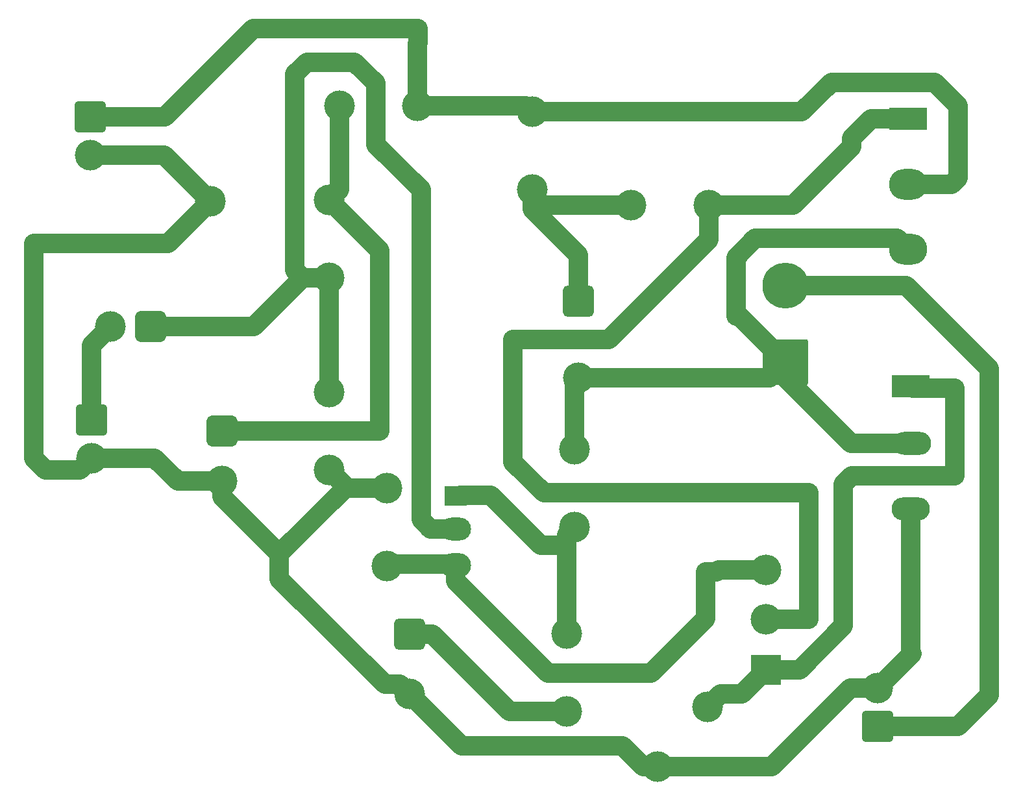
<source format=gbr>
%TF.GenerationSoftware,KiCad,Pcbnew,9.0.5*%
%TF.CreationDate,2025-11-26T07:47:54-03:00*%
%TF.ProjectId,BDNM-01,42444e4d-2d30-4312-9e6b-696361645f70,rev?*%
%TF.SameCoordinates,Original*%
%TF.FileFunction,Copper,L2,Bot*%
%TF.FilePolarity,Positive*%
%FSLAX46Y46*%
G04 Gerber Fmt 4.6, Leading zero omitted, Abs format (unit mm)*
G04 Created by KiCad (PCBNEW 9.0.5) date 2025-11-26 07:47:54*
%MOMM*%
%LPD*%
G01*
G04 APERTURE LIST*
G04 Aperture macros list*
%AMRoundRect*
0 Rectangle with rounded corners*
0 $1 Rounding radius*
0 $2 $3 $4 $5 $6 $7 $8 $9 X,Y pos of 4 corners*
0 Add a 4 corners polygon primitive as box body*
4,1,4,$2,$3,$4,$5,$6,$7,$8,$9,$2,$3,0*
0 Add four circle primitives for the rounded corners*
1,1,$1+$1,$2,$3*
1,1,$1+$1,$4,$5*
1,1,$1+$1,$6,$7*
1,1,$1+$1,$8,$9*
0 Add four rect primitives between the rounded corners*
20,1,$1+$1,$2,$3,$4,$5,0*
20,1,$1+$1,$4,$5,$6,$7,0*
20,1,$1+$1,$6,$7,$8,$9,0*
20,1,$1+$1,$8,$9,$2,$3,0*%
G04 Aperture macros list end*
%TA.AperFunction,ComponentPad*%
%ADD10R,3.000000X2.500000*%
%TD*%
%TA.AperFunction,ComponentPad*%
%ADD11O,4.000000X3.000000*%
%TD*%
%TA.AperFunction,ComponentPad*%
%ADD12O,4.000000X3.200000*%
%TD*%
%TA.AperFunction,ComponentPad*%
%ADD13R,5.000000X3.000000*%
%TD*%
%TA.AperFunction,ComponentPad*%
%ADD14O,5.000000X3.000000*%
%TD*%
%TA.AperFunction,ComponentPad*%
%ADD15RoundRect,0.333332X1.666668X-1.666668X1.666668X1.666668X-1.666668X1.666668X-1.666668X-1.666668X0*%
%TD*%
%TA.AperFunction,ComponentPad*%
%ADD16C,4.000000*%
%TD*%
%TA.AperFunction,ComponentPad*%
%ADD17O,5.000000X4.000000*%
%TD*%
%TA.AperFunction,ComponentPad*%
%ADD18RoundRect,0.375000X2.625000X-2.625000X2.625000X2.625000X-2.625000X2.625000X-2.625000X-2.625000X0*%
%TD*%
%TA.AperFunction,ComponentPad*%
%ADD19C,6.000000*%
%TD*%
%TA.AperFunction,ComponentPad*%
%ADD20RoundRect,0.500000X-1.500000X1.500000X-1.500000X-1.500000X1.500000X-1.500000X1.500000X1.500000X0*%
%TD*%
%TA.AperFunction,ComponentPad*%
%ADD21RoundRect,0.333332X-1.666668X1.666668X-1.666668X-1.666668X1.666668X-1.666668X1.666668X1.666668X0*%
%TD*%
%TA.AperFunction,ComponentPad*%
%ADD22RoundRect,0.625000X-1.375000X1.375000X-1.375000X-1.375000X1.375000X-1.375000X1.375000X1.375000X0*%
%TD*%
%TA.AperFunction,ComponentPad*%
%ADD23RoundRect,0.625000X1.375000X1.375000X-1.375000X1.375000X-1.375000X-1.375000X1.375000X-1.375000X0*%
%TD*%
%TA.AperFunction,ComponentPad*%
%ADD24R,4.000000X4.000000*%
%TD*%
%TA.AperFunction,ComponentPad*%
%ADD25O,4.000000X4.000000*%
%TD*%
%TA.AperFunction,Conductor*%
%ADD26C,2.500000*%
%TD*%
G04 APERTURE END LIST*
D10*
%TO.P,Q4,1,C*%
%TO.N,Net-(Q4-C)*%
X61420000Y-64120000D03*
D11*
%TO.P,Q4,2,B*%
%TO.N,Net-(Q4-B)*%
X61420000Y-68390000D03*
D12*
%TO.P,Q4,3,E*%
%TO.N,Net-(Q3-B)*%
X61420000Y-73120000D03*
%TD*%
D13*
%TO.P,Q2,1,B*%
%TO.N,Net-(Q2-B)*%
X120820000Y-49760000D03*
D14*
%TO.P,Q2,2,C*%
%TO.N,Net-(Q1-E)*%
X120920000Y-57210000D03*
%TO.P,Q2,3,E*%
%TO.N,GND*%
X120820000Y-65745000D03*
%TD*%
D15*
%TO.P,J3,1,Pin_1*%
%TO.N,Net-(J3-Pin_1)*%
X116420000Y-94160000D03*
D16*
%TO.P,J3,2,Pin_2*%
%TO.N,GND*%
X116420000Y-89160000D03*
%TD*%
D13*
%TO.P,Q1,1,B*%
%TO.N,Net-(Q1-B)*%
X120425000Y-14912500D03*
D17*
%TO.P,Q1,2,C*%
%TO.N,Net-(J2-Pin_1)*%
X120425000Y-23412500D03*
%TO.P,Q1,3,E*%
%TO.N,Net-(Q1-E)*%
X120425000Y-31912500D03*
%TD*%
D18*
%TO.P,C5,1*%
%TO.N,Net-(Q1-E)*%
X104420000Y-46660000D03*
D19*
%TO.P,C5,2*%
%TO.N,Net-(J3-Pin_1)*%
X104420000Y-36660000D03*
%TD*%
D16*
%TO.P,R5,1*%
%TO.N,Net-(Q2-B)*%
X94265361Y-91608494D03*
%TO.P,R5,2*%
%TO.N,GND*%
X87734639Y-99391506D03*
%TD*%
%TO.P,R2,1*%
%TO.N,Net-(C1-Pad1)*%
X84260000Y-26160000D03*
%TO.P,R2,2*%
%TO.N,Net-(Q1-B)*%
X94420000Y-26160000D03*
%TD*%
D20*
%TO.P,C1,1*%
%TO.N,Net-(C1-Pad1)*%
X77420000Y-38672323D03*
D16*
%TO.P,C1,2*%
%TO.N,Net-(Q1-E)*%
X77420000Y-48672323D03*
%TD*%
%TO.P,R4,1*%
%TO.N,Net-(Q4-C)*%
X75920000Y-82000000D03*
%TO.P,R4,2*%
%TO.N,Net-(C2-Pad1)*%
X75920000Y-92160000D03*
%TD*%
%TO.P,R3,1*%
%TO.N,Net-(Q1-E)*%
X76920000Y-58000000D03*
%TO.P,R3,2*%
%TO.N,Net-(Q4-C)*%
X76920000Y-68160000D03*
%TD*%
%TO.P,R1,1*%
%TO.N,Net-(J2-Pin_1)*%
X71420000Y-14000000D03*
%TO.P,R1,2*%
%TO.N,Net-(C1-Pad1)*%
X71420000Y-24160000D03*
%TD*%
%TO.P,R7,1*%
%TO.N,Net-(C3-Pad1)*%
X46260000Y-13160000D03*
%TO.P,R7,2*%
%TO.N,Net-(J2-Pin_1)*%
X56420000Y-13160000D03*
%TD*%
D20*
%TO.P,C2,1*%
%TO.N,Net-(C2-Pad1)*%
X55420000Y-82160000D03*
D16*
%TO.P,C2,2*%
%TO.N,GND*%
X55420000Y-89920000D03*
%TD*%
%TO.P,R6,1*%
%TO.N,Net-(Q3-B)*%
X52420000Y-73240000D03*
%TO.P,R6,2*%
%TO.N,GND*%
X52420000Y-63080000D03*
%TD*%
D21*
%TO.P,J2,1,Pin_1*%
%TO.N,Net-(J2-Pin_1)*%
X13802500Y-14660000D03*
D16*
%TO.P,J2,2,Pin_2*%
%TO.N,GND*%
X13802500Y-19660000D03*
%TD*%
D22*
%TO.P,C3,1*%
%TO.N,Net-(C3-Pad1)*%
X30920000Y-55640000D03*
D16*
%TO.P,C3,2*%
%TO.N,GND*%
X30920000Y-62180000D03*
%TD*%
D23*
%TO.P,C4,1*%
%TO.N,Net-(Q4-B)*%
X21620000Y-42000000D03*
D16*
%TO.P,C4,2*%
%TO.N,Net-(J4-Pin_1)*%
X16380000Y-42000000D03*
%TD*%
D21*
%TO.P,J4,1,Pin_1*%
%TO.N,Net-(J4-Pin_1)*%
X13920000Y-54160000D03*
D16*
%TO.P,J4,2,Pin_2*%
%TO.N,GND*%
X13920000Y-59160000D03*
%TD*%
%TO.P,R9,1*%
%TO.N,Net-(Q4-B)*%
X44920000Y-50580000D03*
%TO.P,R9,2*%
%TO.N,GND*%
X44920000Y-60740000D03*
%TD*%
%TO.P,R8,1*%
%TO.N,Net-(C3-Pad1)*%
X44920000Y-25500000D03*
%TO.P,R8,2*%
%TO.N,Net-(Q4-B)*%
X44920000Y-35660000D03*
%TD*%
D24*
%TO.P,Q3,1,E*%
%TO.N,Net-(Q2-B)*%
X101920000Y-86740000D03*
D25*
%TO.P,Q3,2,C*%
%TO.N,Net-(Q1-B)*%
X101920000Y-80200000D03*
%TO.P,Q3,3,B*%
%TO.N,Net-(Q3-B)*%
X101920000Y-73740000D03*
%TD*%
D16*
%TO.P,GND1,1,Pin_1*%
%TO.N,GND*%
X29420000Y-25660000D03*
%TD*%
D26*
%TO.N,Net-(Q1-E)*%
X104420000Y-46660000D02*
X98420000Y-40660000D01*
X98420000Y-40660000D02*
X98000000Y-40660000D01*
X98000000Y-33000000D02*
X100500000Y-30500000D01*
X98000000Y-40660000D02*
X98000000Y-33000000D01*
X100500000Y-30500000D02*
X119012500Y-30500000D01*
X119012500Y-30500000D02*
X120425000Y-31912500D01*
%TO.N,Net-(Q1-B)*%
X94420000Y-26160000D02*
X105420000Y-26160000D01*
X105420000Y-26160000D02*
X113080000Y-18500000D01*
X113080000Y-18500000D02*
X113080000Y-17420000D01*
X115587500Y-14912500D02*
X120425000Y-14912500D01*
X113080000Y-17420000D02*
X115587500Y-14912500D01*
%TO.N,Net-(J2-Pin_1)*%
X106580000Y-14000000D02*
X110420000Y-10160000D01*
X126920000Y-13160000D02*
X126920000Y-22580000D01*
X110420000Y-10160000D02*
X123920000Y-10160000D01*
X71420000Y-14000000D02*
X106580000Y-14000000D01*
X123920000Y-10160000D02*
X126920000Y-13160000D01*
X126920000Y-22580000D02*
X126087500Y-23412500D01*
X126087500Y-23412500D02*
X120425000Y-23412500D01*
%TO.N,Net-(Q1-E)*%
X119260000Y-31500000D02*
X120420000Y-32660000D01*
%TO.N,Net-(Q3-B)*%
X101920000Y-73740000D02*
X95760000Y-73740000D01*
X73420000Y-87160000D02*
X61420000Y-75160000D01*
X95760000Y-73740000D02*
X95500000Y-74000000D01*
X94000000Y-74000000D02*
X94000000Y-80080000D01*
X94000000Y-80080000D02*
X86920000Y-87160000D01*
X95500000Y-74000000D02*
X94000000Y-74000000D01*
X52660000Y-73000000D02*
X52420000Y-73240000D01*
X86920000Y-87160000D02*
X73420000Y-87160000D01*
X61420000Y-75160000D02*
X61420000Y-73000000D01*
X61420000Y-73000000D02*
X52660000Y-73000000D01*
%TO.N,Net-(Q2-B)*%
X98765361Y-89894639D02*
X95979216Y-89894639D01*
X95979216Y-89894639D02*
X94265361Y-91608494D01*
X98765361Y-89894639D02*
X101920000Y-86740000D01*
%TO.N,GND*%
X92234639Y-99391506D02*
X102688494Y-99391506D01*
X102688494Y-99391506D02*
X112920000Y-89160000D01*
X112920000Y-89160000D02*
X116420000Y-89160000D01*
X38420000Y-71660000D02*
X38420000Y-74920000D01*
X38420000Y-74920000D02*
X52160000Y-88660000D01*
X85891506Y-99391506D02*
X92234639Y-99391506D01*
X54160000Y-88660000D02*
X62160000Y-96660000D01*
X52160000Y-88660000D02*
X54160000Y-88660000D01*
X62160000Y-96660000D02*
X83160000Y-96660000D01*
X83160000Y-96660000D02*
X85891506Y-99391506D01*
%TO.N,Net-(Q1-E)*%
X102407677Y-48672323D02*
X104420000Y-46660000D01*
X76920000Y-58000000D02*
X76920000Y-49172323D01*
X76920000Y-49172323D02*
X77420000Y-48672323D01*
X104420000Y-48660000D02*
X112970000Y-57210000D01*
X112970000Y-57210000D02*
X120920000Y-57210000D01*
X77420000Y-48672323D02*
X102407677Y-48672323D01*
X104420000Y-46660000D02*
X104420000Y-48660000D01*
%TO.N,Net-(C1-Pad1)*%
X71420000Y-26660000D02*
X77420000Y-32660000D01*
X84260000Y-26160000D02*
X71920000Y-26160000D01*
X77420000Y-32660000D02*
X77420000Y-38672323D01*
X71920000Y-26160000D02*
X71420000Y-26660000D01*
X71420000Y-24160000D02*
X71420000Y-26660000D01*
%TO.N,GND*%
X7920000Y-60660000D02*
X12420000Y-60660000D01*
X22160000Y-59160000D02*
X25180000Y-62180000D01*
X44920000Y-60740000D02*
X44500000Y-60740000D01*
X120920000Y-84660000D02*
X120820000Y-84560000D01*
X30920000Y-62180000D02*
X30920000Y-64160000D01*
X120920000Y-84660000D02*
X116420000Y-89160000D01*
X30920000Y-64160000D02*
X38420000Y-71660000D01*
X23920000Y-31160000D02*
X6420000Y-31160000D01*
X47260000Y-63080000D02*
X44920000Y-60740000D01*
X13920000Y-59160000D02*
X22160000Y-59160000D01*
X25180000Y-62180000D02*
X30920000Y-62180000D01*
X52420000Y-63080000D02*
X47260000Y-63080000D01*
X12420000Y-60660000D02*
X13920000Y-59160000D01*
X29420000Y-25660000D02*
X23920000Y-31160000D01*
X47000000Y-63080000D02*
X38420000Y-71660000D01*
X23420000Y-19660000D02*
X13802500Y-19660000D01*
X120820000Y-84560000D02*
X120820000Y-65745000D01*
X6420000Y-59160000D02*
X7920000Y-60660000D01*
X47260000Y-63080000D02*
X47000000Y-63080000D01*
X6420000Y-31160000D02*
X6420000Y-59160000D01*
X29420000Y-25660000D02*
X23420000Y-19660000D01*
%TO.N,Net-(C2-Pad1)*%
X55420000Y-82160000D02*
X58420000Y-82160000D01*
X68420000Y-92160000D02*
X75920000Y-92160000D01*
X58420000Y-82160000D02*
X68420000Y-92160000D01*
%TO.N,Net-(C3-Pad1)*%
X39900000Y-55640000D02*
X39920000Y-55660000D01*
X30920000Y-55640000D02*
X39900000Y-55640000D01*
X51500000Y-55660000D02*
X51500000Y-32080000D01*
X46260000Y-24160000D02*
X44920000Y-25500000D01*
X39920000Y-55660000D02*
X51500000Y-55660000D01*
X46260000Y-13160000D02*
X46260000Y-24160000D01*
X51500000Y-32080000D02*
X44920000Y-25500000D01*
%TO.N,Net-(Q4-B)*%
X51000000Y-10240000D02*
X51000000Y-18240000D01*
X51000000Y-18240000D02*
X56920000Y-24160000D01*
X42000000Y-7500000D02*
X48260000Y-7500000D01*
X40420000Y-9080000D02*
X42000000Y-7500000D01*
X44920000Y-35660000D02*
X44920000Y-50580000D01*
X35080000Y-42000000D02*
X21620000Y-42000000D01*
X56920000Y-24160000D02*
X56920000Y-67160000D01*
X56920000Y-67160000D02*
X58150000Y-68390000D01*
X40420000Y-34660000D02*
X40420000Y-9080000D01*
X48260000Y-7500000D02*
X51000000Y-10240000D01*
X41420000Y-35660000D02*
X35080000Y-42000000D01*
X58150000Y-68390000D02*
X61420000Y-68390000D01*
X41420000Y-35660000D02*
X40420000Y-34660000D01*
X41420000Y-35660000D02*
X44920000Y-35660000D01*
%TO.N,Net-(J4-Pin_1)*%
X13920000Y-54160000D02*
X13920000Y-44460000D01*
X13920000Y-44460000D02*
X16380000Y-42000000D01*
%TO.N,Net-(J3-Pin_1)*%
X131000000Y-90080000D02*
X126920000Y-94160000D01*
X104420000Y-36660000D02*
X120160000Y-36660000D01*
X126920000Y-94160000D02*
X116420000Y-94160000D01*
X120160000Y-36660000D02*
X131000000Y-47500000D01*
X131000000Y-47500000D02*
X131000000Y-90080000D01*
%TO.N,Net-(J2-Pin_1)*%
X13802500Y-14660000D02*
X23501000Y-14660000D01*
X56420000Y-5080000D02*
X56420000Y-13160000D01*
X56500000Y-3161000D02*
X56500000Y-5000000D01*
X23501000Y-14660000D02*
X35000000Y-3161000D01*
X56420000Y-13160000D02*
X70580000Y-13160000D01*
X70580000Y-13160000D02*
X71420000Y-14000000D01*
X35000000Y-3161000D02*
X56500000Y-3161000D01*
X56500000Y-5000000D02*
X56420000Y-5080000D01*
%TO.N,Net-(Q1-B)*%
X94420000Y-30660000D02*
X81420000Y-43660000D01*
X68920000Y-59660000D02*
X72920000Y-63660000D01*
X94420000Y-26160000D02*
X94420000Y-30660000D01*
X104880000Y-80200000D02*
X101920000Y-80200000D01*
X72920000Y-63660000D02*
X107500000Y-63660000D01*
X81420000Y-43660000D02*
X68920000Y-43660000D01*
X68920000Y-43660000D02*
X68920000Y-59660000D01*
X107500000Y-80160000D02*
X104920000Y-80160000D01*
X107500000Y-63660000D02*
X107500000Y-80160000D01*
X104920000Y-80160000D02*
X104880000Y-80200000D01*
%TO.N,Net-(Q2-B)*%
X121060000Y-50000000D02*
X120820000Y-49760000D01*
X112000000Y-62580000D02*
X113080000Y-61500000D01*
X126500000Y-61500000D02*
X126500000Y-50000000D01*
X112000000Y-81000000D02*
X112000000Y-62580000D01*
X101920000Y-86740000D02*
X106260000Y-86740000D01*
X113080000Y-61500000D02*
X126500000Y-61500000D01*
X126500000Y-50000000D02*
X121060000Y-50000000D01*
X106260000Y-86740000D02*
X112000000Y-81000000D01*
%TO.N,Net-(Q4-C)*%
X75920000Y-70500000D02*
X75920000Y-69160000D01*
X66000000Y-64000000D02*
X62040000Y-64000000D01*
X75920000Y-69160000D02*
X76920000Y-68160000D01*
X75920000Y-82000000D02*
X75920000Y-70500000D01*
X75920000Y-70500000D02*
X72500000Y-70500000D01*
X72500000Y-70500000D02*
X66000000Y-64000000D01*
%TD*%
M02*

</source>
